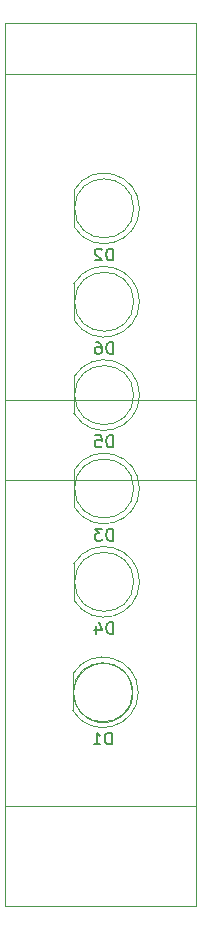
<source format=gbr>
%TF.GenerationSoftware,KiCad,Pcbnew,(5.1.12)-1*%
%TF.CreationDate,2022-04-29T07:41:31-07:00*%
%TF.ProjectId,LED_BOARD_V1,4c45445f-424f-4415-9244-5f56312e6b69,rev?*%
%TF.SameCoordinates,Original*%
%TF.FileFunction,Legend,Bot*%
%TF.FilePolarity,Positive*%
%FSLAX46Y46*%
G04 Gerber Fmt 4.6, Leading zero omitted, Abs format (unit mm)*
G04 Created by KiCad (PCBNEW (5.1.12)-1) date 2022-04-29 07:41:31*
%MOMM*%
%LPD*%
G01*
G04 APERTURE LIST*
%ADD10C,0.100000*%
%ADD11C,0.120000*%
%ADD12C,0.150000*%
G04 APERTURE END LIST*
D10*
X146950000Y-95100000D02*
X146950000Y-122737246D01*
X163104656Y-95100000D02*
X146950000Y-95100000D01*
X163104656Y-122737246D02*
X163104656Y-95100000D01*
X146950000Y-122737246D02*
X163104656Y-122737246D01*
X146950000Y-60735248D02*
X146950000Y-88372493D01*
X163104656Y-60735248D02*
X146950000Y-60735248D01*
X163104656Y-88372493D02*
X163104656Y-60735248D01*
X146950000Y-88372493D02*
X163104656Y-88372493D01*
X146950000Y-56411279D02*
X146950000Y-131200000D01*
X163104656Y-56411279D02*
X146950000Y-56411279D01*
X163104656Y-131200000D02*
X163104656Y-56411279D01*
X146950000Y-131200000D02*
X163104656Y-131200000D01*
X157699384Y-113155490D02*
X157699999Y-113100000D01*
X157697514Y-113211451D02*
X157699384Y-113155490D01*
X157694359Y-113267846D02*
X157697514Y-113211451D01*
X157689887Y-113324637D02*
X157694359Y-113267846D01*
X157684069Y-113381782D02*
X157689887Y-113324637D01*
X157676876Y-113439239D02*
X157684069Y-113381782D01*
X157668282Y-113496963D02*
X157676876Y-113439239D01*
X157658263Y-113554908D02*
X157668282Y-113496963D01*
X157646795Y-113613025D02*
X157658263Y-113554908D01*
X157633856Y-113671263D02*
X157646795Y-113613025D01*
X157619429Y-113729572D02*
X157633856Y-113671263D01*
X157603497Y-113787896D02*
X157619429Y-113729572D01*
X157586045Y-113846182D02*
X157603497Y-113787896D01*
X157567062Y-113904372D02*
X157586045Y-113846182D01*
X157546539Y-113962410D02*
X157567062Y-113904372D01*
X157524470Y-114020237D02*
X157546539Y-113962410D01*
X157500852Y-114077794D02*
X157524470Y-114020237D01*
X157475683Y-114135020D02*
X157500852Y-114077794D01*
X157448967Y-114191854D02*
X157475683Y-114135020D01*
X157420710Y-114248237D02*
X157448967Y-114191854D01*
X157390919Y-114304106D02*
X157420710Y-114248237D01*
X157359608Y-114359401D02*
X157390919Y-114304106D01*
X157326792Y-114414061D02*
X157359608Y-114359401D01*
X157292488Y-114468025D02*
X157326792Y-114414061D01*
X157256719Y-114521234D02*
X157292488Y-114468025D01*
X157219510Y-114573628D02*
X157256719Y-114521234D01*
X157180887Y-114625151D02*
X157219510Y-114573628D01*
X157140882Y-114675746D02*
X157180887Y-114625151D01*
X157099530Y-114725357D02*
X157140882Y-114675746D01*
X157056866Y-114773932D02*
X157099530Y-114725357D01*
X157012931Y-114821418D02*
X157056866Y-114773932D01*
X156967766Y-114867767D02*
X157012931Y-114821418D01*
X156921417Y-114912932D02*
X156967766Y-114867767D01*
X156873931Y-114956867D02*
X156921417Y-114912932D01*
X156825356Y-114999531D02*
X156873931Y-114956867D01*
X156775745Y-115040883D02*
X156825356Y-114999531D01*
X156725150Y-115080888D02*
X156775745Y-115040883D01*
X156673627Y-115119511D02*
X156725150Y-115080888D01*
X156621233Y-115156720D02*
X156673627Y-115119511D01*
X156568024Y-115192489D02*
X156621233Y-115156720D01*
X156514060Y-115226793D02*
X156568024Y-115192489D01*
X156459400Y-115259609D02*
X156514060Y-115226793D01*
X156404105Y-115290920D02*
X156459400Y-115259609D01*
X156348236Y-115320711D02*
X156404105Y-115290920D01*
X156291853Y-115348968D02*
X156348236Y-115320711D01*
X156235019Y-115375684D02*
X156291853Y-115348968D01*
X156177793Y-115400853D02*
X156235019Y-115375684D01*
X156120236Y-115424471D02*
X156177793Y-115400853D01*
X156062409Y-115446540D02*
X156120236Y-115424471D01*
X156004371Y-115467063D02*
X156062409Y-115446540D01*
X155946181Y-115486046D02*
X156004371Y-115467063D01*
X155887895Y-115503498D02*
X155946181Y-115486046D01*
X155829571Y-115519430D02*
X155887895Y-115503498D01*
X155771262Y-115533857D02*
X155829571Y-115519430D01*
X155713024Y-115546796D02*
X155771262Y-115533857D01*
X155654907Y-115558264D02*
X155713024Y-115546796D01*
X155596962Y-115568283D02*
X155654907Y-115558264D01*
X155539238Y-115576877D02*
X155596962Y-115568283D01*
X155481781Y-115584070D02*
X155539238Y-115576877D01*
X155424636Y-115589888D02*
X155481781Y-115584070D01*
X155367845Y-115594360D02*
X155424636Y-115589888D01*
X155311450Y-115597515D02*
X155367845Y-115594360D01*
X155255489Y-115599385D02*
X155311450Y-115597515D01*
X155200000Y-115600000D02*
X155255489Y-115599385D01*
X155144511Y-115599385D02*
X155200000Y-115600000D01*
X155088550Y-115597515D02*
X155144511Y-115599385D01*
X155032155Y-115594360D02*
X155088550Y-115597515D01*
X154975364Y-115589888D02*
X155032155Y-115594360D01*
X154918219Y-115584070D02*
X154975364Y-115589888D01*
X154860762Y-115576877D02*
X154918219Y-115584070D01*
X154803038Y-115568283D02*
X154860762Y-115576877D01*
X154745093Y-115558264D02*
X154803038Y-115568283D01*
X154686976Y-115546796D02*
X154745093Y-115558264D01*
X154628738Y-115533857D02*
X154686976Y-115546796D01*
X154570429Y-115519430D02*
X154628738Y-115533857D01*
X154512105Y-115503498D02*
X154570429Y-115519430D01*
X154453819Y-115486046D02*
X154512105Y-115503498D01*
X154395629Y-115467063D02*
X154453819Y-115486046D01*
X154337591Y-115446540D02*
X154395629Y-115467063D01*
X154279764Y-115424471D02*
X154337591Y-115446540D01*
X154222207Y-115400853D02*
X154279764Y-115424471D01*
X154164981Y-115375684D02*
X154222207Y-115400853D01*
X154108147Y-115348968D02*
X154164981Y-115375684D01*
X154051764Y-115320711D02*
X154108147Y-115348968D01*
X153995895Y-115290920D02*
X154051764Y-115320711D01*
X153940600Y-115259609D02*
X153995895Y-115290920D01*
X153885940Y-115226793D02*
X153940600Y-115259609D01*
X153831976Y-115192489D02*
X153885940Y-115226793D01*
X153778767Y-115156720D02*
X153831976Y-115192489D01*
X153726373Y-115119511D02*
X153778767Y-115156720D01*
X153674850Y-115080888D02*
X153726373Y-115119511D01*
X153624255Y-115040883D02*
X153674850Y-115080888D01*
X153574644Y-114999531D02*
X153624255Y-115040883D01*
X153526069Y-114956867D02*
X153574644Y-114999531D01*
X153478583Y-114912932D02*
X153526069Y-114956867D01*
X153432234Y-114867767D02*
X153478583Y-114912932D01*
X153387069Y-114821418D02*
X153432234Y-114867767D01*
X153343134Y-114773932D02*
X153387069Y-114821418D01*
X153300470Y-114725357D02*
X153343134Y-114773932D01*
X153259118Y-114675746D02*
X153300470Y-114725357D01*
X153219113Y-114625151D02*
X153259118Y-114675746D01*
X153180490Y-114573628D02*
X153219113Y-114625151D01*
X153143281Y-114521234D02*
X153180490Y-114573628D01*
X153107512Y-114468025D02*
X153143281Y-114521234D01*
X153073208Y-114414061D02*
X153107512Y-114468025D01*
X153040392Y-114359401D02*
X153073208Y-114414061D01*
X153009081Y-114304106D02*
X153040392Y-114359401D01*
X152979290Y-114248237D02*
X153009081Y-114304106D01*
X152951033Y-114191854D02*
X152979290Y-114248237D01*
X152924317Y-114135020D02*
X152951033Y-114191854D01*
X152899148Y-114077794D02*
X152924317Y-114135020D01*
X152875530Y-114020237D02*
X152899148Y-114077794D01*
X152853461Y-113962410D02*
X152875530Y-114020237D01*
X152832938Y-113904372D02*
X152853461Y-113962410D01*
X152813955Y-113846182D02*
X152832938Y-113904372D01*
X152796503Y-113787896D02*
X152813955Y-113846182D01*
X152780571Y-113729572D02*
X152796503Y-113787896D01*
X152766144Y-113671263D02*
X152780571Y-113729572D01*
X152753205Y-113613025D02*
X152766144Y-113671263D01*
X152741737Y-113554908D02*
X152753205Y-113613025D01*
X152731718Y-113496963D02*
X152741737Y-113554908D01*
X152723124Y-113439239D02*
X152731718Y-113496963D01*
X152715931Y-113381782D02*
X152723124Y-113439239D01*
X152710113Y-113324637D02*
X152715931Y-113381782D01*
X152705641Y-113267846D02*
X152710113Y-113324637D01*
X152702486Y-113211451D02*
X152705641Y-113267846D01*
X152700616Y-113155490D02*
X152702486Y-113211451D01*
X152700000Y-113100000D02*
X152700616Y-113155490D01*
X152700616Y-113044511D02*
X152700000Y-113100000D01*
X152702486Y-112988550D02*
X152700616Y-113044511D01*
X152705641Y-112932155D02*
X152702486Y-112988550D01*
X152710113Y-112875364D02*
X152705641Y-112932155D01*
X152715931Y-112818219D02*
X152710113Y-112875364D01*
X152723124Y-112760762D02*
X152715931Y-112818219D01*
X152731718Y-112703038D02*
X152723124Y-112760762D01*
X152741737Y-112645093D02*
X152731718Y-112703038D01*
X152753205Y-112586976D02*
X152741737Y-112645093D01*
X152766144Y-112528738D02*
X152753205Y-112586976D01*
X152780571Y-112470429D02*
X152766144Y-112528738D01*
X152796503Y-112412105D02*
X152780571Y-112470429D01*
X152813955Y-112353819D02*
X152796503Y-112412105D01*
X152832938Y-112295629D02*
X152813955Y-112353819D01*
X152853461Y-112237591D02*
X152832938Y-112295629D01*
X152875530Y-112179764D02*
X152853461Y-112237591D01*
X152899148Y-112122207D02*
X152875530Y-112179764D01*
X152924317Y-112064981D02*
X152899148Y-112122207D01*
X152951033Y-112008147D02*
X152924317Y-112064981D01*
X152979290Y-111951764D02*
X152951033Y-112008147D01*
X153009081Y-111895895D02*
X152979290Y-111951764D01*
X153040392Y-111840600D02*
X153009081Y-111895895D01*
X153073208Y-111785940D02*
X153040392Y-111840600D01*
X153107512Y-111731976D02*
X153073208Y-111785940D01*
X153143281Y-111678767D02*
X153107512Y-111731976D01*
X153180490Y-111626373D02*
X153143281Y-111678767D01*
X153219113Y-111574850D02*
X153180490Y-111626373D01*
X153259118Y-111524255D02*
X153219113Y-111574850D01*
X153300470Y-111474644D02*
X153259118Y-111524255D01*
X153343134Y-111426069D02*
X153300470Y-111474644D01*
X153387069Y-111378583D02*
X153343134Y-111426069D01*
X153432234Y-111332234D02*
X153387069Y-111378583D01*
X153478583Y-111287069D02*
X153432234Y-111332234D01*
X153526069Y-111243134D02*
X153478583Y-111287069D01*
X153574644Y-111200470D02*
X153526069Y-111243134D01*
X153624255Y-111159118D02*
X153574644Y-111200470D01*
X153674850Y-111119113D02*
X153624255Y-111159118D01*
X153726373Y-111080490D02*
X153674850Y-111119113D01*
X153778767Y-111043281D02*
X153726373Y-111080490D01*
X153831976Y-111007512D02*
X153778767Y-111043281D01*
X153885940Y-110973208D02*
X153831976Y-111007512D01*
X153940600Y-110940392D02*
X153885940Y-110973208D01*
X153995895Y-110909081D02*
X153940600Y-110940392D01*
X154051764Y-110879290D02*
X153995895Y-110909081D01*
X154108147Y-110851033D02*
X154051764Y-110879290D01*
X154164981Y-110824317D02*
X154108147Y-110851033D01*
X154222207Y-110799148D02*
X154164981Y-110824317D01*
X154279764Y-110775530D02*
X154222207Y-110799148D01*
X154337591Y-110753461D02*
X154279764Y-110775530D01*
X154395629Y-110732938D02*
X154337591Y-110753461D01*
X154453819Y-110713955D02*
X154395629Y-110732938D01*
X154512105Y-110696503D02*
X154453819Y-110713955D01*
X154570429Y-110680571D02*
X154512105Y-110696503D01*
X154628738Y-110666144D02*
X154570429Y-110680571D01*
X154686976Y-110653205D02*
X154628738Y-110666144D01*
X154745093Y-110641737D02*
X154686976Y-110653205D01*
X154803038Y-110631718D02*
X154745093Y-110641737D01*
X154860762Y-110623124D02*
X154803038Y-110631718D01*
X154918219Y-110615931D02*
X154860762Y-110623124D01*
X154975364Y-110610113D02*
X154918219Y-110615931D01*
X155032155Y-110605641D02*
X154975364Y-110610113D01*
X155088550Y-110602486D02*
X155032155Y-110605641D01*
X155144511Y-110600616D02*
X155088550Y-110602486D01*
X155200000Y-110600000D02*
X155144511Y-110600616D01*
X155255489Y-110600616D02*
X155200000Y-110600000D01*
X155311450Y-110602486D02*
X155255489Y-110600616D01*
X155367845Y-110605641D02*
X155311450Y-110602486D01*
X155424636Y-110610113D02*
X155367845Y-110605641D01*
X155481781Y-110615931D02*
X155424636Y-110610113D01*
X155539238Y-110623124D02*
X155481781Y-110615931D01*
X155596962Y-110631718D02*
X155539238Y-110623124D01*
X155654907Y-110641737D02*
X155596962Y-110631718D01*
X155713024Y-110653205D02*
X155654907Y-110641737D01*
X155771262Y-110666144D02*
X155713024Y-110653205D01*
X155829571Y-110680571D02*
X155771262Y-110666144D01*
X155887895Y-110696503D02*
X155829571Y-110680571D01*
X155946181Y-110713955D02*
X155887895Y-110696503D01*
X156004371Y-110732938D02*
X155946181Y-110713955D01*
X156062409Y-110753461D02*
X156004371Y-110732938D01*
X156120236Y-110775530D02*
X156062409Y-110753461D01*
X156177793Y-110799148D02*
X156120236Y-110775530D01*
X156235019Y-110824317D02*
X156177793Y-110799148D01*
X156291853Y-110851033D02*
X156235019Y-110824317D01*
X156348236Y-110879290D02*
X156291853Y-110851033D01*
X156404105Y-110909081D02*
X156348236Y-110879290D01*
X156459400Y-110940392D02*
X156404105Y-110909081D01*
X156514060Y-110973208D02*
X156459400Y-110940392D01*
X156568024Y-111007512D02*
X156514060Y-110973208D01*
X156621233Y-111043281D02*
X156568024Y-111007512D01*
X156673627Y-111080490D02*
X156621233Y-111043281D01*
X156725150Y-111119113D02*
X156673627Y-111080490D01*
X156775745Y-111159118D02*
X156725150Y-111119113D01*
X156825356Y-111200470D02*
X156775745Y-111159118D01*
X156873931Y-111243134D02*
X156825356Y-111200470D01*
X156921417Y-111287069D02*
X156873931Y-111243134D01*
X156967766Y-111332234D02*
X156921417Y-111287069D01*
X157012931Y-111378583D02*
X156967766Y-111332234D01*
X157056866Y-111426069D02*
X157012931Y-111378583D01*
X157099530Y-111474644D02*
X157056866Y-111426069D01*
X157140882Y-111524255D02*
X157099530Y-111474644D01*
X157180887Y-111574850D02*
X157140882Y-111524255D01*
X157219510Y-111626373D02*
X157180887Y-111574850D01*
X157256719Y-111678767D02*
X157219510Y-111626373D01*
X157292488Y-111731976D02*
X157256719Y-111678767D01*
X157326792Y-111785940D02*
X157292488Y-111731976D01*
X157359608Y-111840600D02*
X157326792Y-111785940D01*
X157390919Y-111895895D02*
X157359608Y-111840600D01*
X157420710Y-111951764D02*
X157390919Y-111895895D01*
X157448967Y-112008147D02*
X157420710Y-111951764D01*
X157475683Y-112064981D02*
X157448967Y-112008147D01*
X157500852Y-112122207D02*
X157475683Y-112064981D01*
X157524470Y-112179764D02*
X157500852Y-112122207D01*
X157546539Y-112237591D02*
X157524470Y-112179764D01*
X157567062Y-112295629D02*
X157546539Y-112237591D01*
X157586045Y-112353819D02*
X157567062Y-112295629D01*
X157603497Y-112412105D02*
X157586045Y-112353819D01*
X157619429Y-112470429D02*
X157603497Y-112412105D01*
X157633856Y-112528738D02*
X157619429Y-112470429D01*
X157646795Y-112586976D02*
X157633856Y-112528738D01*
X157658263Y-112645093D02*
X157646795Y-112586976D01*
X157668282Y-112703038D02*
X157658263Y-112645093D01*
X157676876Y-112760762D02*
X157668282Y-112703038D01*
X157684069Y-112818219D02*
X157676876Y-112760762D01*
X157689887Y-112875364D02*
X157684069Y-112818219D01*
X157694359Y-112932155D02*
X157689887Y-112875364D01*
X157697514Y-112988550D02*
X157694359Y-112932155D01*
X157699384Y-113044511D02*
X157697514Y-112988550D01*
X157699999Y-113100000D02*
X157699384Y-113044511D01*
D11*
%TO.C,D6*%
X157810000Y-80015000D02*
G75*
G03*
X157810000Y-80015000I-2500000J0D01*
G01*
X152750000Y-81560000D02*
X152750000Y-78470000D01*
X158300000Y-80015462D02*
G75*
G03*
X152750000Y-78470170I-2990000J462D01*
G01*
X158300000Y-80014538D02*
G75*
G02*
X152750000Y-81559830I-2990000J-462D01*
G01*
%TO.C,D5*%
X157810000Y-87920000D02*
G75*
G03*
X157810000Y-87920000I-2500000J0D01*
G01*
X152750000Y-89465000D02*
X152750000Y-86375000D01*
X158300000Y-87920462D02*
G75*
G03*
X152750000Y-86375170I-2990000J462D01*
G01*
X158300000Y-87919538D02*
G75*
G02*
X152750000Y-89464830I-2990000J-462D01*
G01*
%TO.C,D4*%
X157810000Y-103730000D02*
G75*
G03*
X157810000Y-103730000I-2500000J0D01*
G01*
X152750000Y-105275000D02*
X152750000Y-102185000D01*
X158300000Y-103730462D02*
G75*
G03*
X152750000Y-102185170I-2990000J462D01*
G01*
X158300000Y-103729538D02*
G75*
G02*
X152750000Y-105274830I-2990000J-462D01*
G01*
%TO.C,D3*%
X157810000Y-95825000D02*
G75*
G03*
X157810000Y-95825000I-2500000J0D01*
G01*
X152750000Y-97370000D02*
X152750000Y-94280000D01*
X158300000Y-95825462D02*
G75*
G03*
X152750000Y-94280170I-2990000J462D01*
G01*
X158300000Y-95824538D02*
G75*
G02*
X152750000Y-97369830I-2990000J-462D01*
G01*
%TO.C,D2*%
X157810000Y-72110000D02*
G75*
G03*
X157810000Y-72110000I-2500000J0D01*
G01*
X152750000Y-73655000D02*
X152750000Y-70565000D01*
X158300000Y-72110462D02*
G75*
G03*
X152750000Y-70565170I-2990000J462D01*
G01*
X158300000Y-72109538D02*
G75*
G02*
X152750000Y-73654830I-2990000J-462D01*
G01*
%TO.C,D1*%
X157710000Y-113080000D02*
G75*
G03*
X157710000Y-113080000I-2500000J0D01*
G01*
X152650000Y-114625000D02*
X152650000Y-111535000D01*
X158200000Y-113080462D02*
G75*
G03*
X152650000Y-111535170I-2990000J462D01*
G01*
X158200000Y-113079538D02*
G75*
G02*
X152650000Y-114624830I-2990000J-462D01*
G01*
%TO.C,D6*%
D12*
X156048095Y-84427380D02*
X156048095Y-83427380D01*
X155810000Y-83427380D01*
X155667142Y-83475000D01*
X155571904Y-83570238D01*
X155524285Y-83665476D01*
X155476666Y-83855952D01*
X155476666Y-83998809D01*
X155524285Y-84189285D01*
X155571904Y-84284523D01*
X155667142Y-84379761D01*
X155810000Y-84427380D01*
X156048095Y-84427380D01*
X154619523Y-83427380D02*
X154810000Y-83427380D01*
X154905238Y-83475000D01*
X154952857Y-83522619D01*
X155048095Y-83665476D01*
X155095714Y-83855952D01*
X155095714Y-84236904D01*
X155048095Y-84332142D01*
X155000476Y-84379761D01*
X154905238Y-84427380D01*
X154714761Y-84427380D01*
X154619523Y-84379761D01*
X154571904Y-84332142D01*
X154524285Y-84236904D01*
X154524285Y-83998809D01*
X154571904Y-83903571D01*
X154619523Y-83855952D01*
X154714761Y-83808333D01*
X154905238Y-83808333D01*
X155000476Y-83855952D01*
X155048095Y-83903571D01*
X155095714Y-83998809D01*
%TO.C,D5*%
X156048095Y-92332380D02*
X156048095Y-91332380D01*
X155810000Y-91332380D01*
X155667142Y-91380000D01*
X155571904Y-91475238D01*
X155524285Y-91570476D01*
X155476666Y-91760952D01*
X155476666Y-91903809D01*
X155524285Y-92094285D01*
X155571904Y-92189523D01*
X155667142Y-92284761D01*
X155810000Y-92332380D01*
X156048095Y-92332380D01*
X154571904Y-91332380D02*
X155048095Y-91332380D01*
X155095714Y-91808571D01*
X155048095Y-91760952D01*
X154952857Y-91713333D01*
X154714761Y-91713333D01*
X154619523Y-91760952D01*
X154571904Y-91808571D01*
X154524285Y-91903809D01*
X154524285Y-92141904D01*
X154571904Y-92237142D01*
X154619523Y-92284761D01*
X154714761Y-92332380D01*
X154952857Y-92332380D01*
X155048095Y-92284761D01*
X155095714Y-92237142D01*
%TO.C,D4*%
X156048095Y-108142380D02*
X156048095Y-107142380D01*
X155810000Y-107142380D01*
X155667142Y-107190000D01*
X155571904Y-107285238D01*
X155524285Y-107380476D01*
X155476666Y-107570952D01*
X155476666Y-107713809D01*
X155524285Y-107904285D01*
X155571904Y-107999523D01*
X155667142Y-108094761D01*
X155810000Y-108142380D01*
X156048095Y-108142380D01*
X154619523Y-107475714D02*
X154619523Y-108142380D01*
X154857619Y-107094761D02*
X155095714Y-107809047D01*
X154476666Y-107809047D01*
%TO.C,D3*%
X156048095Y-100237380D02*
X156048095Y-99237380D01*
X155810000Y-99237380D01*
X155667142Y-99285000D01*
X155571904Y-99380238D01*
X155524285Y-99475476D01*
X155476666Y-99665952D01*
X155476666Y-99808809D01*
X155524285Y-99999285D01*
X155571904Y-100094523D01*
X155667142Y-100189761D01*
X155810000Y-100237380D01*
X156048095Y-100237380D01*
X155143333Y-99237380D02*
X154524285Y-99237380D01*
X154857619Y-99618333D01*
X154714761Y-99618333D01*
X154619523Y-99665952D01*
X154571904Y-99713571D01*
X154524285Y-99808809D01*
X154524285Y-100046904D01*
X154571904Y-100142142D01*
X154619523Y-100189761D01*
X154714761Y-100237380D01*
X155000476Y-100237380D01*
X155095714Y-100189761D01*
X155143333Y-100142142D01*
%TO.C,D2*%
X156048095Y-76522380D02*
X156048095Y-75522380D01*
X155810000Y-75522380D01*
X155667142Y-75570000D01*
X155571904Y-75665238D01*
X155524285Y-75760476D01*
X155476666Y-75950952D01*
X155476666Y-76093809D01*
X155524285Y-76284285D01*
X155571904Y-76379523D01*
X155667142Y-76474761D01*
X155810000Y-76522380D01*
X156048095Y-76522380D01*
X155095714Y-75617619D02*
X155048095Y-75570000D01*
X154952857Y-75522380D01*
X154714761Y-75522380D01*
X154619523Y-75570000D01*
X154571904Y-75617619D01*
X154524285Y-75712857D01*
X154524285Y-75808095D01*
X154571904Y-75950952D01*
X155143333Y-76522380D01*
X154524285Y-76522380D01*
%TO.C,D1*%
X155948095Y-117492380D02*
X155948095Y-116492380D01*
X155710000Y-116492380D01*
X155567142Y-116540000D01*
X155471904Y-116635238D01*
X155424285Y-116730476D01*
X155376666Y-116920952D01*
X155376666Y-117063809D01*
X155424285Y-117254285D01*
X155471904Y-117349523D01*
X155567142Y-117444761D01*
X155710000Y-117492380D01*
X155948095Y-117492380D01*
X154424285Y-117492380D02*
X154995714Y-117492380D01*
X154710000Y-117492380D02*
X154710000Y-116492380D01*
X154805238Y-116635238D01*
X154900476Y-116730476D01*
X154995714Y-116778095D01*
%TD*%
M02*

</source>
